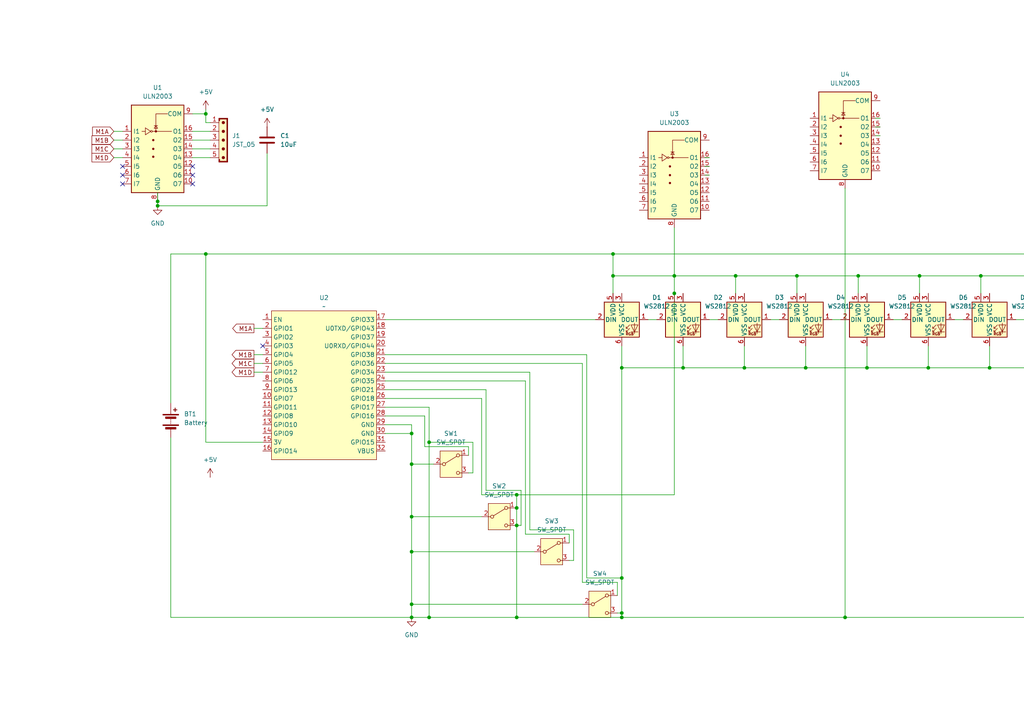
<source format=kicad_sch>
(kicad_sch (version 20250114) (generator "eeschema") (generator_version "9.0")
  (paper "A4")
  (lib_symbols
    (symbol "Device:Battery" (pin_numbers (hide yes)) (pin_names (offset 0) (hide yes))
      (property "Reference" "BT" (at 2.54 2.54 0))
      (property "Value" "Battery" (at 2.54 0 0))
      (symbol "Battery_0_1"
        (rectangle (start -2.286 1.778) (end 2.286 1.524) (fill (type outline)))
        (rectangle (start -2.286 -1.27) (end 2.286 -1.524) (fill (type outline)))
        (rectangle (start -1.524 1.016) (end 1.524 0.508) (fill (type outline)))
        (rectangle (start -1.524 -2.032) (end 1.524 -2.54) (fill (type outline)))
        (polyline (pts (xy 0 1.778) (xy 0 2.54)))
        (polyline (pts (xy 0 0) (xy 0 0.254)))
        (polyline (pts (xy 0 -0.508) (xy 0 -0.254)))
        (polyline (pts (xy 0 -1.016) (xy 0 -0.762)))
        (polyline (pts (xy 0.762 3.048) (xy 1.778 3.048)) (stroke (width 0.254)))
        (polyline (pts (xy 1.27 3.556) (xy 1.27 2.54)) (stroke (width 0.254)))
      )
      (symbol "Battery_1_1"
        (pin passive line (at 0 5.08 270) (length 2.54) (name "+") (number "1"))
        (pin passive line (at 0 -5.08 90) (length 2.54) (name "-") (number "2"))
      )
    )
    (symbol "Device:C" (pin_numbers (hide yes)) (pin_names (offset 0.254))
      (property "Reference" "C" (at 0.635 2.54 0))
      (property "Value" "C" (at 0.635 -2.54 0))
      (symbol "C_0_1"
        (polyline (pts (xy -2.032 0.762) (xy 2.032 0.762)) (stroke (width 0.508)))
        (polyline (pts (xy -2.032 -0.762) (xy 2.032 -0.762)) (stroke (width 0.508)))
      )
      (symbol "C_1_1"
        (pin passive line (at 0 3.81 270) (length 2.794) (name "~") (number "1"))
        (pin passive line (at 0 -3.81 90) (length 2.794) (name "~") (number "2"))
      )
    )
    (symbol "LED:WS2812" (pin_names (offset 0.254))
      (property "Reference" "D" (at 5.08 5.715 0))
      (property "Value" "WS2812" (at 1.27 -5.715 0))
      (symbol "WS2812_0_0"
        (text "RGB" (at 2.286 -4.191 0) (effects (font (size 0.762 0.762))))
      )
      (symbol "WS2812_0_1"
        (polyline (pts (xy 1.27 -2.54) (xy 1.778 -2.54)))
        (polyline (pts (xy 1.27 -3.556) (xy 1.778 -3.556)))
        (polyline (pts (xy 2.286 -1.524) (xy 1.27 -2.54) (xy 1.27 -2.032)))
        (polyline (pts (xy 2.286 -2.54) (xy 1.27 -3.556) (xy 1.27 -3.048)))
        (polyline (pts (xy 3.683 -1.016) (xy 3.683 -3.556) (xy 3.683 -4.064)))
        (polyline (pts (xy 4.699 -1.524) (xy 2.667 -1.524) (xy 3.683 -3.556) (xy 4.699 -1.524)))
        (polyline (pts (xy 4.699 -3.556) (xy 2.667 -3.556)))
        (rectangle (start 5.08 5.08) (end -5.08 -5.08) (stroke (width 0.254)) (fill (type background)))
      )
      (symbol "WS2812_1_1"
        (pin input line (at -7.62 0 0) (length 2.54) (name "DIN") (number "2"))
        (pin power_in line (at -2.54 7.62 270) (length 2.54) (name "VDD") (number "5"))
        (pin power_in line (at 0 7.62 270) (length 2.54) (name "VCC") (number "3"))
        (pin power_in line (at 0 -7.62 90) (length 2.54) (name "VSS") (number "6"))
        (pin no_connect line (at 5.08 2.54 180) (length 2.54) (hide yes) (name "NC") (number "4"))
        (pin output line (at 7.62 0 180) (length 2.54) (name "DOUT") (number "1"))
      )
    )
    (symbol "PCM_SL_Connectors:JST_05"
      (property "Reference" "J" (at 0 11.43 0))
      (property "Value" "JST_05" (at 0 8.89 0))
      (symbol "JST_05_0_1"
        (rectangle (start -1.27 6.35) (end 1.27 -6.35) (fill (type background)))
        (polyline (pts (xy -1.27 -5.588) (xy -1.27 -6.35) (xy 1.27 -6.35) (xy 1.27 -5.588) (xy 1.016 -5.588) (xy 1.016 -6.096) (xy -1.016 -6.096) (xy -1.016 -5.588) (xy -1.27 -5.588)) (fill (type outline)))
        (circle (center 0 5.08) (radius 0.381) (fill (type outline)))
        (circle (center 0 2.54) (radius 0.381) (fill (type outline)))
        (circle (center 0 0) (radius 0.381) (fill (type outline)))
        (circle (center 0 -2.54) (radius 0.381) (fill (type outline)))
        (circle (center 0 -5.08) (radius 0.381) (fill (type outline)))
        (rectangle (start 1.016 5.588) (end 1.27 -5.588) (fill (type outline)))
        (polyline (pts (xy 1.27 5.588) (xy 1.27 6.35) (xy -1.27 6.35) (xy -1.27 5.588) (xy -1.016 5.588) (xy -1.016 6.096) (xy 1.016 6.096) (xy 1.016 5.588) (xy 1.27 5.588)) (fill (type outline)))
      )
      (symbol "JST_05_1_1"
        (pin passive line (at -3.81 5.08 0) (length 2.54) (name "") (number "1"))
        (pin passive line (at -3.81 2.54 0) (length 2.54) (name "") (number "2"))
        (pin passive line (at -3.81 0 0) (length 2.54) (name "") (number "3"))
        (pin passive line (at -3.81 -2.54 0) (length 2.54) (name "") (number "4"))
        (pin passive line (at -3.81 -5.08 0) (length 2.54) (name "") (number "5"))
      )
    )
    (symbol "PCM_SL_Devices:Capacitor_NP"
      (property "Reference" "C" (at 0 6.35 0))
      (property "Value" "Capacitor_NP" (at 0 3.81 0))
      (symbol "Capacitor_NP_0_1"
        (rectangle (start -0.762 2.286) (end -0.508 -2.286) (fill (type outline)))
        (rectangle (start 0.508 2.286) (end 0.762 -2.286) (fill (type outline)))
      )
      (symbol "Capacitor_NP_1_1"
        (pin passive line (at -2.54 0 0) (length 2) (name "~") (number "1"))
        (pin input line (at 2.54 0 180) (length 2) (name "~") (number "2"))
      )
    )
    (symbol "Switch:SW_SPDT" (pin_names (offset 0) (hide yes))
      (property "Reference" "SW" (at 0 5.08 0))
      (property "Value" "SW_SPDT" (at 0 -5.08 0))
      (symbol "SW_SPDT_0_1"
        (circle (center -2.032 0) (radius 0.4572))
        (polyline (pts (xy -1.651 0.254) (xy 1.651 2.286)))
        (circle (center 2.032 2.54) (radius 0.4572))
        (circle (center 2.032 -2.54) (radius 0.4572))
      )
      (symbol "SW_SPDT_1_1"
        (rectangle (start -3.175 3.81) (end 3.175 -3.81) (fill (type background)))
        (pin passive line (at -5.08 0 0) (length 2.54) (name "B") (number "2"))
        (pin passive line (at 5.08 2.54 180) (length 2.54) (name "A") (number "1"))
        (pin passive line (at 5.08 -2.54 180) (length 2.54) (name "C") (number "3"))
      )
    )
    (symbol "Transistor_Array:ULN2003"
      (property "Reference" "U" (at 0 15.875 0))
      (property "Value" "ULN2003" (at 0 13.97 0))
      (symbol "ULN2003_0_1"
        (rectangle (start -7.62 -12.7) (end 7.62 12.7) (stroke (width 0.254)) (fill (type background)))
        (polyline (pts (xy -4.572 5.08) (xy -3.556 5.08)))
        (polyline (pts (xy -3.556 6.096) (xy -3.556 4.064) (xy -2.032 5.08) (xy -3.556 6.096)))
        (circle (center -1.778 5.08) (radius 0.254))
        (polyline (pts (xy -1.524 5.08) (xy 4.064 5.08)))
        (circle (center -1.27 2.54) (radius 0.254) (fill (type outline)))
        (circle (center -1.27 0) (radius 0.254) (fill (type outline)))
        (circle (center -1.27 -2.286) (radius 0.254) (fill (type outline)))
        (circle (center -0.508 5.08) (radius 0.254) (fill (type outline)))
        (polyline (pts (xy -0.508 5.08) (xy -0.508 10.16) (xy 2.921 10.16)))
        (polyline (pts (xy 0 6.731) (xy -1.016 6.731)))
        (polyline (pts (xy 0 5.969) (xy -1.016 5.969) (xy -0.508 6.731) (xy 0 5.969)))
      )
      (symbol "ULN2003_1_1"
        (pin input line (at -10.16 5.08 0) (length 2.54) (name "I1") (number "1"))
        (pin input line (at -10.16 2.54 0) (length 2.54) (name "I2") (number "2"))
        (pin input line (at -10.16 0 0) (length 2.54) (name "I3") (number "3"))
        (pin input line (at -10.16 -2.54 0) (length 2.54) (name "I4") (number "4"))
        (pin input line (at -10.16 -5.08 0) (length 2.54) (name "I5") (number "5"))
        (pin input line (at -10.16 -7.62 0) (length 2.54) (name "I6") (number "6"))
        (pin input line (at -10.16 -10.16 0) (length 2.54) (name "I7") (number "7"))
        (pin power_in line (at 0 -15.24 90) (length 2.54) (name "GND") (number "8"))
        (pin passive line (at 10.16 10.16 180) (length 2.54) (name "COM") (number "9"))
        (pin open_collector line (at 10.16 5.08 180) (length 2.54) (name "O1") (number "16"))
        (pin open_collector line (at 10.16 2.54 180) (length 2.54) (name "O2") (number "15"))
        (pin open_collector line (at 10.16 0 180) (length 2.54) (name "O3") (number "14"))
        (pin open_collector line (at 10.16 -2.54 180) (length 2.54) (name "O4") (number "13"))
        (pin open_collector line (at 10.16 -5.08 180) (length 2.54) (name "O5") (number "12"))
        (pin open_collector line (at 10.16 -7.62 180) (length 2.54) (name "O6") (number "11"))
        (pin open_collector line (at 10.16 -10.16 180) (length 2.54) (name "O7") (number "10"))
      )
    )
    (symbol "Weemos:S3-Mini"
      (property "Reference" "U" (at 0 0 0))
      (symbol "S3-Mini_1_1"
        (rectangle (start -15.24 21.59) (end 15.24 -21.59) (fill (type background)))
        (pin bidirectional line (at -17.78 19.05 0) (length 2.54) (name "EN") (number "1"))
        (pin bidirectional line (at -17.78 16.51 0) (length 2.54) (name "GPIO1") (number "2"))
        (pin bidirectional line (at -17.78 13.97 0) (length 2.54) (name "GPIO2") (number "3"))
        (pin bidirectional line (at -17.78 11.43 0) (length 2.54) (name "GPIO3") (number "4"))
        (pin bidirectional line (at -17.78 8.89 0) (length 2.54) (name "GPIO4") (number "5"))
        (pin bidirectional line (at -17.78 6.35 0) (length 2.54) (name "GPIO5") (number "6"))
        (pin bidirectional line (at -17.78 3.81 0) (length 2.54) (name "GPIO12") (number "7"))
        (pin bidirectional line (at -17.78 1.27 0) (length 2.54) (name "GPIO6") (number "8"))
        (pin bidirectional line (at -17.78 -1.27 0) (length 2.54) (name "GPIO13") (number "9"))
        (pin bidirectional line (at -17.78 -3.81 0) (length 2.54) (name "GPIO7") (number "10"))
        (pin bidirectional line (at -17.78 -6.35 0) (length 2.54) (name "GPIO11") (number "11"))
        (pin bidirectional line (at -17.78 -8.89 0) (length 2.54) (name "GPIO8") (number "12"))
        (pin bidirectional line (at -17.78 -11.43 0) (length 2.54) (name "GPIO10") (number "13"))
        (pin bidirectional line (at -17.78 -13.97 0) (length 2.54) (name "GPIO9") (number "14"))
        (pin power_out line (at -17.78 -16.51 0) (length 2.54) (name "3V") (number "15"))
        (pin bidirectional line (at -17.78 -19.05 0) (length 2.54) (name "GPIO14") (number "16"))
        (pin bidirectional line (at 17.78 19.05 180) (length 2.54) (name "GPIO33") (number "17"))
        (pin bidirectional line (at 17.78 16.51 180) (length 2.54) (name "U0TXD/GPIO43") (number "18"))
        (pin bidirectional line (at 17.78 13.97 180) (length 2.54) (name "GPIO37") (number "19"))
        (pin bidirectional line (at 17.78 11.43 180) (length 2.54) (name "U0RXD/GPIO44") (number "20"))
        (pin bidirectional line (at 17.78 8.89 180) (length 2.54) (name "GPIO38") (number "21"))
        (pin bidirectional line (at 17.78 6.35 180) (length 2.54) (name "GPIO36") (number "22"))
        (pin bidirectional line (at 17.78 3.81 180) (length 2.54) (name "GPIO34") (number "23"))
        (pin bidirectional line (at 17.78 1.27 180) (length 2.54) (name "GPIO35") (number "24"))
        (pin bidirectional line (at 17.78 -1.27 180) (length 2.54) (name "GPIO21") (number "25"))
        (pin bidirectional line (at 17.78 -3.81 180) (length 2.54) (name "GPIO18") (number "26"))
        (pin bidirectional line (at 17.78 -6.35 180) (length 2.54) (name "GPIO17") (number "27"))
        (pin bidirectional line (at 17.78 -8.89 180) (length 2.54) (name "GPIO16") (number "28"))
        (pin power_in line (at 17.78 -11.43 180) (length 2.54) (name "GND") (number "29"))
        (pin power_in line (at 17.78 -13.97 180) (length 2.54) (name "GND") (number "30"))
        (pin bidirectional line (at 17.78 -16.51 180) (length 2.54) (name "GPIO15") (number "31"))
        (pin power_in line (at 17.78 -19.05 180) (length 2.54) (name "VBUS") (number "32"))
      )
    )
    (symbol "power:+5V" (power) (pin_numbers (hide yes)) (pin_names (offset 0) (hide yes))
      (property "Value" "+5V" (at 0 3.556 0))
      (symbol "+5V_0_1"
        (polyline (pts (xy -0.762 1.27) (xy 0 2.54)))
        (polyline (pts (xy 0 2.54) (xy 0.762 1.27)))
        (polyline (pts (xy 0 0) (xy 0 2.54)))
      )
      (symbol "+5V_1_1"
        (pin power_in line (at 0 0 90) (length 0) (name "~") (number "1"))
      )
    )
    (symbol "power:GND" (power) (pin_numbers (hide yes)) (pin_names (offset 0) (hide yes))
      (property "Value" "GND" (at 0 -3.81 0))
      (symbol "GND_0_1"
        (polyline (pts (xy 0 0) (xy 0 -1.27) (xy 1.27 -1.27) (xy 0 -2.54) (xy -1.27 -1.27) (xy 0 -1.27)))
      )
      (symbol "GND_1_1"
        (pin power_in line (at 0 0 270) (length 0) (name "~") (number "1"))
      )
    )
  )
  (junction (at 59.69 73.66))
  (junction (at 180.34 179.07))
  (junction (at 59.69 33.02))
  (junction (at 180.34 106.68))
  (junction (at 149.86 147.32))
  (junction (at 119.38 149.86))
  (junction (at 304.8 106.68))
  (junction (at 119.38 134.62))
  (junction (at 302.26 80.01))
  (junction (at 180.34 167.64))
  (junction (at 269.24 106.68))
  (junction (at 45.72 58.42))
  (junction (at 195.58 85.09))
  (junction (at 149.86 143.51))
  (junction (at 198.12 106.68))
  (junction (at 45.72 59.69))
  (junction (at 215.9 106.68))
  (junction (at 245.11 179.07))
  (junction (at 231.14 80.01))
  (junction (at 180.34 177.8))
  (junction (at 284.48 80.01))
  (junction (at 345.44 167.64))
  (junction (at 124.46 128.27))
  (junction (at 251.46 106.68))
  (junction (at 213.36 80.01))
  (junction (at 149.86 152.4))
  (junction (at 119.38 125.73))
  (junction (at 119.38 175.26))
  (junction (at 177.8 73.66))
  (junction (at 124.46 179.07))
  (junction (at 322.58 179.07))
  (junction (at 149.86 179.07))
  (junction (at 119.38 160.02))
  (junction (at 266.7 80.01))
  (junction (at 248.92 80.01))
  (junction (at 233.68 106.68))
  (junction (at 177.8 80.01))
  (junction (at 119.38 179.07))
  (junction (at 195.58 80.01))
  (junction (at 287.02 106.68))
  (no_connect (at 35.56 53.34))
  (no_connect (at 35.56 48.26))
  (no_connect (at 55.88 50.8))
  (no_connect (at 35.56 50.8))
  (no_connect (at 55.88 53.34))
  (no_connect (at 55.88 48.26))
  (no_connect (at 76.2 100.33))
  (wire (pts (xy 139.7 143.51) (xy 149.86 143.51)))
  (wire (pts (xy 77.47 44.45) (xy 77.47 59.69)))
  (wire (pts (xy 149.86 179.07) (xy 180.34 179.07)))
  (wire (pts (xy 251.46 100.33) (xy 251.46 106.68)))
  (wire (pts (xy 204.47 48.26) (xy 205.74 48.26)))
  (wire (pts (xy 152.4 154.94) (xy 165.1 154.94)))
  (wire (pts (xy 345.44 167.64) (xy 345.44 171.45)))
  (wire (pts (xy 170.18 102.87) (xy 170.18 167.64)))
  (wire (pts (xy 119.38 149.86) (xy 119.38 160.02)))
  (wire (pts (xy 180.34 100.33) (xy 180.34 106.68)))
  (wire (pts (xy 55.88 43.18) (xy 60.96 43.18)))
  (wire (pts (xy 33.02 43.18) (xy 35.56 43.18)))
  (wire (pts (xy 205.74 92.71) (xy 208.28 92.71)))
  (wire (pts (xy 166.37 162.56) (xy 165.1 162.56)))
  (wire (pts (xy 195.58 85.09) (xy 195.58 80.01)))
  (wire (pts (xy 119.38 160.02) (xy 119.38 175.26)))
  (wire (pts (xy 124.46 128.27) (xy 124.46 179.07)))
  (wire (pts (xy 33.02 38.1) (xy 35.56 38.1)))
  (wire (pts (xy 215.9 106.68) (xy 233.68 106.68)))
  (wire (pts (xy 231.14 80.01) (xy 248.92 80.01)))
  (wire (pts (xy 119.38 134.62) (xy 125.73 134.62)))
  (wire (pts (xy 322.58 176.53) (xy 322.58 179.07)))
  (wire (pts (xy 73.66 95.25) (xy 76.2 95.25)))
  (wire (pts (xy 45.72 59.69) (xy 77.47 59.69)))
  (wire (pts (xy 215.9 100.33) (xy 215.9 106.68)))
  (wire (pts (xy 170.18 102.87) (xy 111.76 102.87)))
  (wire (pts (xy 241.3 92.71) (xy 243.84 92.71)))
  (wire (pts (xy 60.96 45.72) (xy 55.88 45.72)))
  (wire (pts (xy 245.11 179.07) (xy 322.58 179.07)))
  (wire (pts (xy 123.19 129.54) (xy 135.89 129.54)))
  (wire (pts (xy 124.46 128.27) (xy 137.16 128.27)))
  (wire (pts (xy 304.8 106.68) (xy 322.58 106.68)))
  (wire (pts (xy 254 34.29) (xy 255.27 34.29)))
  (wire (pts (xy 248.92 80.01) (xy 266.7 80.01)))
  (wire (pts (xy 204.47 50.8) (xy 205.74 50.8)))
  (wire (pts (xy 111.76 125.73) (xy 119.38 125.73)))
  (wire (pts (xy 137.16 137.16) (xy 135.89 137.16)))
  (wire (pts (xy 59.69 35.56) (xy 60.96 35.56)))
  (wire (pts (xy 287.02 100.33) (xy 287.02 106.68)))
  (wire (pts (xy 111.76 113.03) (xy 140.97 113.03)))
  (wire (pts (xy 177.8 80.01) (xy 195.58 80.01)))
  (wire (pts (xy 320.04 85.09) (xy 320.04 80.01)))
  (wire (pts (xy 180.34 177.8) (xy 180.34 179.07)))
  (wire (pts (xy 177.8 85.09) (xy 177.8 80.01)))
  (wire (pts (xy 180.34 106.68) (xy 198.12 106.68)))
  (wire (pts (xy 49.53 179.07) (xy 119.38 179.07)))
  (wire (pts (xy 153.67 107.95) (xy 153.67 153.67)))
  (wire (pts (xy 119.38 149.86) (xy 139.7 149.86)))
  (wire (pts (xy 55.88 40.64) (xy 60.96 40.64)))
  (wire (pts (xy 55.88 38.1) (xy 60.96 38.1)))
  (wire (pts (xy 55.88 33.02) (xy 59.69 33.02)))
  (wire (pts (xy 223.52 92.71) (xy 226.06 92.71)))
  (wire (pts (xy 322.58 167.64) (xy 345.44 167.64)))
  (wire (pts (xy 195.58 80.01) (xy 213.36 80.01)))
  (wire (pts (xy 166.37 153.67) (xy 166.37 162.56)))
  (wire (pts (xy 149.86 152.4) (xy 149.86 179.07)))
  (wire (pts (xy 135.89 129.54) (xy 135.89 132.08)))
  (wire (pts (xy 284.48 80.01) (xy 302.26 80.01)))
  (wire (pts (xy 322.58 100.33) (xy 322.58 106.68)))
  (wire (pts (xy 119.38 175.26) (xy 168.91 175.26)))
  (wire (pts (xy 149.86 179.07) (xy 124.46 179.07)))
  (wire (pts (xy 294.64 92.71) (xy 297.18 92.71)))
  (wire (pts (xy 73.66 105.41) (xy 76.2 105.41)))
  (wire (pts (xy 45.72 58.42) (xy 45.72 59.69)))
  (wire (pts (xy 59.69 73.66) (xy 177.8 73.66)))
  (wire (pts (xy 177.8 80.01) (xy 177.8 73.66)))
  (wire (pts (xy 33.02 45.72) (xy 35.56 45.72)))
  (wire (pts (xy 266.7 80.01) (xy 284.48 80.01)))
  (wire (pts (xy 119.38 160.02) (xy 154.94 160.02)))
  (wire (pts (xy 137.16 128.27) (xy 137.16 137.16)))
  (wire (pts (xy 345.44 176.53) (xy 345.44 179.07)))
  (wire (pts (xy 322.58 179.07) (xy 345.44 179.07)))
  (wire (pts (xy 266.7 85.09) (xy 266.7 80.01)))
  (wire (pts (xy 168.91 168.91) (xy 179.07 168.91)))
  (wire (pts (xy 248.92 85.09) (xy 248.92 80.01)))
  (wire (pts (xy 168.91 105.41) (xy 168.91 168.91)))
  (wire (pts (xy 152.4 154.94) (xy 152.4 110.49)))
  (wire (pts (xy 180.34 179.07) (xy 245.11 179.07)))
  (wire (pts (xy 254 39.37) (xy 255.27 39.37)))
  (wire (pts (xy 345.44 73.66) (xy 345.44 167.64)))
  (wire (pts (xy 73.66 102.87) (xy 76.2 102.87)))
  (wire (pts (xy 119.38 123.19) (xy 119.38 125.73)))
  (wire (pts (xy 111.76 123.19) (xy 119.38 123.19)))
  (wire (pts (xy 119.38 125.73) (xy 119.38 134.62)))
  (wire (pts (xy 111.76 107.95) (xy 153.67 107.95)))
  (wire (pts (xy 213.36 85.09) (xy 213.36 80.01)))
  (wire (pts (xy 123.19 120.65) (xy 111.76 120.65)))
  (wire (pts (xy 180.34 167.64) (xy 180.34 177.8)))
  (wire (pts (xy 195.58 85.09) (xy 195.58 143.51)))
  (wire (pts (xy 233.68 100.33) (xy 233.68 106.68)))
  (wire (pts (xy 45.72 55.88) (xy 45.72 58.42)))
  (wire (pts (xy 287.02 106.68) (xy 304.8 106.68)))
  (wire (pts (xy 322.58 171.45) (xy 322.58 167.64)))
  (wire (pts (xy 119.38 134.62) (xy 119.38 149.86)))
  (wire (pts (xy 151.13 152.4) (xy 149.86 152.4)))
  (wire (pts (xy 269.24 100.33) (xy 269.24 106.68)))
  (wire (pts (xy 49.53 73.66) (xy 59.69 73.66)))
  (wire (pts (xy 49.53 116.84) (xy 49.53 73.66)))
  (wire (pts (xy 119.38 175.26) (xy 119.38 179.07)))
  (wire (pts (xy 198.12 100.33) (xy 198.12 106.68)))
  (wire (pts (xy 213.36 80.01) (xy 231.14 80.01)))
  (wire (pts (xy 151.13 142.24) (xy 140.97 142.24)))
  (wire (pts (xy 149.86 147.32) (xy 149.86 152.4)))
  (wire (pts (xy 195.58 143.51) (xy 149.86 143.51)))
  (wire (pts (xy 123.19 120.65) (xy 123.19 129.54)))
  (wire (pts (xy 276.86 92.71) (xy 279.4 92.71)))
  (wire (pts (xy 124.46 179.07) (xy 119.38 179.07)))
  (wire (pts (xy 151.13 142.24) (xy 151.13 152.4)))
  (wire (pts (xy 233.68 106.68) (xy 251.46 106.68)))
  (wire (pts (xy 73.66 107.95) (xy 76.2 107.95)))
  (wire (pts (xy 312.42 92.71) (xy 314.96 92.71)))
  (wire (pts (xy 177.8 73.66) (xy 345.44 73.66)))
  (wire (pts (xy 198.12 106.68) (xy 215.9 106.68)))
  (wire (pts (xy 33.02 40.64) (xy 35.56 40.64)))
  (wire (pts (xy 254 36.83) (xy 255.27 36.83)))
  (wire (pts (xy 59.69 128.27) (xy 76.2 128.27)))
  (wire (pts (xy 231.14 85.09) (xy 231.14 80.01)))
  (wire (pts (xy 140.97 142.24) (xy 140.97 113.03)))
  (wire (pts (xy 180.34 106.68) (xy 180.34 167.64)))
  (wire (pts (xy 149.86 143.51) (xy 149.86 147.32)))
  (wire (pts (xy 111.76 92.71) (xy 172.72 92.71)))
  (wire (pts (xy 251.46 106.68) (xy 269.24 106.68)))
  (wire (pts (xy 245.11 54.61) (xy 245.11 179.07)))
  (wire (pts (xy 153.67 153.67) (xy 166.37 153.67)))
  (wire (pts (xy 59.69 73.66) (xy 59.69 128.27)))
  (wire (pts (xy 111.76 115.57) (xy 139.7 115.57)))
  (wire (pts (xy 139.7 143.51) (xy 139.7 115.57)))
  (wire (pts (xy 179.07 168.91) (xy 179.07 172.72)))
  (wire (pts (xy 59.69 33.02) (xy 59.69 31.75)))
  (wire (pts (xy 269.24 106.68) (xy 287.02 106.68)))
  (wire (pts (xy 59.69 35.56) (xy 59.69 33.02)))
  (wire (pts (xy 302.26 85.09) (xy 302.26 80.01)))
  (wire (pts (xy 302.26 80.01) (xy 320.04 80.01)))
  (wire (pts (xy 284.48 85.09) (xy 284.48 80.01)))
  (wire (pts (xy 165.1 154.94) (xy 165.1 157.48)))
  (wire (pts (xy 111.76 118.11) (xy 124.46 118.11)))
  (wire (pts (xy 187.96 92.71) (xy 190.5 92.71)))
  (wire (pts (xy 152.4 110.49) (xy 111.76 110.49)))
  (wire (pts (xy 168.91 105.41) (xy 111.76 105.41)))
  (wire (pts (xy 180.34 167.64) (xy 170.18 167.64)))
  (wire (pts (xy 259.08 92.71) (xy 261.62 92.71)))
  (wire (pts (xy 180.34 177.8) (xy 179.07 177.8)))
  (wire (pts (xy 204.47 45.72) (xy 205.74 45.72)))
  (wire (pts (xy 304.8 100.33) (xy 304.8 106.68)))
  (wire (pts (xy 195.58 66.04) (xy 195.58 80.01)))
  (wire (pts (xy 49.53 127) (xy 49.53 179.07)))
  (wire (pts (xy 124.46 118.11) (xy 124.46 128.27)))
  (global_label "M1C" (shape input) (at 33.02 43.18 180) (property "Intersheetrefs" "${INTERSHEET_REFS}" (effects (hide yes))))
  (global_label "M1A" (shape input) (at 33.02 38.1 180) (property "Intersheetrefs" "${INTERSHEET_REFS}" (effects (hide yes))))
  (global_label "M1C" (shape output) (at 73.66 105.41 180) (property "Intersheetrefs" "${INTERSHEET_REFS}" (effects (hide yes))))
  (global_label "M1D" (shape output) (at 73.66 107.95 180) (property "Intersheetrefs" "${INTERSHEET_REFS}" (effects (hide yes))))
  (global_label "M1B" (shape output) (at 73.66 102.87 180) (property "Intersheetrefs" "${INTERSHEET_REFS}" (effects (hide yes))))
  (global_label "M1D" (shape input) (at 33.02 45.72 180) (property "Intersheetrefs" "${INTERSHEET_REFS}" (effects (hide yes))))
  (global_label "M1B" (shape input) (at 33.02 40.64 180) (property "Intersheetrefs" "${INTERSHEET_REFS}" (effects (hide yes))))
  (global_label "M1A" (shape output) (at 73.66 95.25 180) (property "Intersheetrefs" "${INTERSHEET_REFS}" (effects (hide yes))))
  (symbol (lib_id "Weemos:S3-Mini") (at 93.98 111.76 0) (unit 1)
    (property "Reference" "U2" (at 93.98 86.36 0))
    (property "Value" "~" (at 93.98 88.9 0))
    (property "Footprint" "Weemos:S3 Mini" (effects (hide yes)))
  )
  (symbol (lib_id "power:GND") (at 119.38 179.07 0) (unit 1)
    (property "Reference" "#PWR04" (effects (hide yes)))
    (property "Value" "GND" (at 119.38 184.15 0))
    (property "Description" "Power symbol creates a global label with name \"GND\" , ground" (effects (hide yes)))
  )
  (symbol (lib_id "LED:WS2812") (at 269.24 92.71 0) (unit 1)
    (property "Reference" "D6" (at 279.4 86.2898 0))
    (property "Value" "WS2812" (at 279.4 88.8298 0))
    (property "Footprint" "LED_SMD:LED_WS2812_PLCC6_5.0x5.0mm_P1.6mm" (effects (hide yes)))
    (property "Datasheet" "https://cdn-shop.adafruit.com/datasheets/WS2812.pdf" (effects (hide yes)))
    (property "Description" "RGB LED with integrated controller" (effects (hide yes)))
  )
  (symbol (lib_id "LED:WS2812") (at 215.9 92.71 0) (unit 1)
    (property "Reference" "D3" (at 226.06 86.2898 0))
    (property "Value" "WS2812" (at 226.06 88.8298 0))
    (property "Footprint" "LED_SMD:LED_WS2812_PLCC6_5.0x5.0mm_P1.6mm" (effects (hide yes)))
    (property "Datasheet" "https://cdn-shop.adafruit.com/datasheets/WS2812.pdf" (effects (hide yes)))
    (property "Description" "RGB LED with integrated controller" (effects (hide yes)))
  )
  (symbol (lib_id "Switch:SW_SPDT") (at 144.78 149.86 0) (unit 1)
    (property "Reference" "SW2" (at 144.78 140.97 0))
    (property "Value" "SW_SPDT" (at 144.78 143.51 0))
    (property "Description" "Switch, single pole double throw" (effects (hide yes)))
  )
  (symbol (lib_id "power:GND") (at 45.72 59.69 0) (unit 1)
    (property "Reference" "#PWR03" (effects (hide yes)))
    (property "Value" "GND" (at 45.72 64.77 0))
    (property "Description" "Power symbol creates a global label with name \"GND\" , ground" (effects (hide yes)))
  )
  (symbol (lib_id "LED:WS2812") (at 233.68 92.71 0) (unit 1)
    (property "Reference" "D4" (at 243.84 86.2898 0))
    (property "Value" "WS2812" (at 243.84 88.8298 0))
    (property "Footprint" "LED_SMD:LED_WS2812_PLCC6_5.0x5.0mm_P1.6mm" (effects (hide yes)))
    (property "Datasheet" "https://cdn-shop.adafruit.com/datasheets/WS2812.pdf" (effects (hide yes)))
    (property "Description" "RGB LED with integrated controller" (effects (hide yes)))
  )
  (symbol (lib_id "PCM_SL_Connectors:JST_05") (at 64.77 40.64 0) (unit 1)
    (property "Reference" "J1" (at 67.31 39.3699 0) (effects (justify left)))
    (property "Value" "JST_05" (at 67.31 41.9099 0) (effects (justify left)))
    (property "Footprint" "Connector_JST:JST_EH_B5B-EH-A_1x05_P2.50mm_Vertical" (effects (hide yes)))
    (property "Description" "JST Connector  5 pins" (effects (hide yes)))
  )
  (symbol (lib_id "Switch:SW_SPDT") (at 130.81 134.62 0) (unit 1)
    (property "Reference" "SW1" (at 130.81 125.73 0))
    (property "Value" "SW_SPDT" (at 130.81 128.27 0))
    (property "Description" "Switch, single pole double throw" (effects (hide yes)))
  )
  (symbol (lib_id "Switch:SW_SPDT") (at 160.02 160.02 0) (unit 1)
    (property "Reference" "SW3" (at 160.02 151.13 0))
    (property "Value" "SW_SPDT" (at 160.02 153.67 0))
    (property "Description" "Switch, single pole double throw" (effects (hide yes)))
  )
  (symbol (lib_id "PCM_SL_Devices:Capacitor_NP") (at 345.44 173.99 270) (unit 1)
    (property "Reference" "condensateur2" (at 349.25 172.7199 90) (effects (justify left)))
    (property "Value" "100nF" (at 349.25 175.2599 90) (effects (justify left)))
    (property "Footprint" "Capacitor_THT:C_Disc_D3.0mm_W2.0mm_P2.50mm" (effects (hide yes)))
    (property "Description" "Unpolarized Capacitor" (effects (hide yes)))
  )
  (symbol (lib_id "PCM_SL_Devices:Capacitor_NP") (at 322.58 173.99 270) (unit 1)
    (property "Reference" "condensateur1" (at 326.39 172.7199 90) (effects (justify left)))
    (property "Value" "10uF" (at 326.39 175.2599 90) (effects (justify left)))
    (property "Footprint" "Capacitor_THT:C_Disc_D3.0mm_W2.0mm_P2.50mm" (effects (hide yes)))
    (property "Description" "Unpolarized Capacitor" (effects (hide yes)))
  )
  (symbol (lib_id "Device:C") (at 77.47 40.64 0) (unit 1)
    (property "Reference" "C1" (at 81.28 39.3699 0) (effects (justify left)))
    (property "Value" "10uF" (at 81.28 41.9099 0) (effects (justify left)))
    (property "Description" "Unpolarized capacitor" (effects (hide yes)))
  )
  (symbol (lib_id "LED:WS2812") (at 251.46 92.71 0) (unit 1)
    (property "Reference" "D5" (at 261.62 86.2898 0))
    (property "Value" "WS2812" (at 261.62 88.8298 0))
    (property "Footprint" "LED_SMD:LED_WS2812_PLCC6_5.0x5.0mm_P1.6mm" (effects (hide yes)))
    (property "Datasheet" "https://cdn-shop.adafruit.com/datasheets/WS2812.pdf" (effects (hide yes)))
    (property "Description" "RGB LED with integrated controller" (effects (hide yes)))
  )
  (symbol (lib_id "LED:WS2812") (at 287.02 92.71 0) (unit 1)
    (property "Reference" "D7" (at 297.18 86.2898 0))
    (property "Value" "WS2812" (at 297.18 88.8298 0))
    (property "Footprint" "LED_SMD:LED_WS2812_PLCC6_5.0x5.0mm_P1.6mm" (effects (hide yes)))
    (property "Datasheet" "https://cdn-shop.adafruit.com/datasheets/WS2812.pdf" (effects (hide yes)))
    (property "Description" "RGB LED with integrated controller" (effects (hide yes)))
  )
  (symbol (lib_id "LED:WS2812") (at 304.8 92.71 0) (unit 1)
    (property "Reference" "D8" (at 314.96 86.2898 0))
    (property "Value" "WS2812" (at 314.96 88.8298 0))
    (property "Footprint" "LED_SMD:LED_WS2812_PLCC6_5.0x5.0mm_P1.6mm" (effects (hide yes)))
    (property "Datasheet" "https://cdn-shop.adafruit.com/datasheets/WS2812.pdf" (effects (hide yes)))
    (property "Description" "RGB LED with integrated controller" (effects (hide yes)))
  )
  (symbol (lib_id "Transistor_Array:ULN2003") (at 195.58 50.8 0) (unit 1)
    (property "Reference" "U3" (at 195.58 33.02 0))
    (property "Value" "ULN2003" (at 195.58 35.56 0))
    (property "Datasheet" "http://www.ti.com/lit/ds/symlink/uln2003a.pdf" (effects (hide yes)))
    (property "Description" "High Voltage, High Current Darlington Transistor Arrays, SOIC16/SOIC16W/DIP16/TSSOP16" (effects (hide yes)))
  )
  (symbol (lib_id "power:+5V") (at 77.47 36.83 0) (unit 1)
    (property "Reference" "#PWR05" (effects (hide yes)))
    (property "Value" "+5V" (at 77.47 31.75 0))
    (property "Description" "Power symbol creates a global label with name \"+5V\"" (effects (hide yes)))
  )
  (symbol (lib_id "power:+5V") (at 59.69 31.75 0) (unit 1)
    (property "Reference" "#PWR02" (effects (hide yes)))
    (property "Value" "+5V" (at 59.69 26.67 0))
    (property "Description" "Power symbol creates a global label with name \"+5V\"" (effects (hide yes)))
  )
  (symbol (lib_id "LED:WS2812") (at 198.12 92.71 0) (unit 1)
    (property "Reference" "D2" (at 208.28 86.2898 0))
    (property "Value" "WS2812" (at 208.28 88.8298 0))
    (property "Footprint" "LED_SMD:LED_WS2812_PLCC6_5.0x5.0mm_P1.6mm" (effects (hide yes)))
    (property "Datasheet" "https://cdn-shop.adafruit.com/datasheets/WS2812.pdf" (effects (hide yes)))
    (property "Description" "RGB LED with integrated controller" (effects (hide yes)))
  )
  (symbol (lib_id "Device:Battery") (at 49.53 121.92 0) (unit 1)
    (property "Reference" "BT1" (at 53.34 120.0784 0) (effects (justify left)))
    (property "Value" "Battery" (at 53.34 122.6184 0) (effects (justify left)))
    (property "Description" "Multiple-cell battery" (effects (hide yes)))
  )
  (symbol (lib_id "Switch:SW_SPDT") (at 173.99 175.26 0) (unit 1)
    (property "Reference" "SW4" (at 173.99 166.37 0))
    (property "Value" "SW_SPDT" (at 173.99 168.91 0))
    (property "Description" "Switch, single pole double throw" (effects (hide yes)))
  )
  (symbol (lib_id "Transistor_Array:ULN2003") (at 245.11 39.37 0) (unit 1)
    (property "Reference" "U4" (at 245.11 21.59 0))
    (property "Value" "ULN2003" (at 245.11 24.13 0))
    (property "Datasheet" "http://www.ti.com/lit/ds/symlink/uln2003a.pdf" (effects (hide yes)))
    (property "Description" "High Voltage, High Current Darlington Transistor Arrays, SOIC16/SOIC16W/DIP16/TSSOP16" (effects (hide yes)))
  )
  (symbol (lib_id "Transistor_Array:ULN2003") (at 45.72 43.18 0) (unit 1)
    (property "Reference" "U1" (at 45.72 25.4 0))
    (property "Value" "ULN2003" (at 45.72 27.94 0))
    (property "Footprint" "Package_SO:SOIC-16_4.55x10.3mm_P1.27mm" (effects (hide yes)))
    (property "Datasheet" "http://www.ti.com/lit/ds/symlink/uln2003a.pdf" (effects (hide yes)))
    (property "Description" "High Voltage, High Current Darlington Transistor Arrays, SOIC16/SOIC16W/DIP16/TSSOP16" (effects (hide yes)))
    (property "LCSC" "C7512" (effects (hide yes)))
  )
  (symbol (lib_id "power:+5V") (at 60.96 138.43 0) (unit 1)
    (property "Reference" "#PWR01" (effects (hide yes)))
    (property "Value" "+5V" (at 60.96 133.35 0))
    (property "Description" "Power symbol creates a global label with name \"+5V\"" (effects (hide yes)))
  )
  (symbol (lib_id "LED:WS2812") (at 322.58 92.71 0) (unit 1)
    (property "Reference" "D9" (at 332.74 86.2898 0))
    (property "Value" "WS2812" (at 332.74 88.8298 0))
    (property "Footprint" "LED_SMD:LED_WS2812_PLCC6_5.0x5.0mm_P1.6mm" (effects (hide yes)))
    (property "Datasheet" "https://cdn-shop.adafruit.com/datasheets/WS2812.pdf" (effects (hide yes)))
    (property "Description" "RGB LED with integrated controller" (effects (hide yes)))
  )
  (symbol (lib_id "LED:WS2812") (at 180.34 92.71 0) (unit 1)
    (property "Reference" "D1" (at 190.5 86.2898 0))
    (property "Value" "WS2812" (at 190.5 88.8298 0))
    (property "Footprint" "LED_SMD:LED_WS2812_PLCC6_5.0x5.0mm_P1.6mm" (effects (hide yes)))
    (property "Datasheet" "https://cdn-shop.adafruit.com/datasheets/WS2812.pdf" (effects (hide yes)))
    (property "Description" "RGB LED with integrated controller" (effects (hide yes)))
  )
)
</source>
